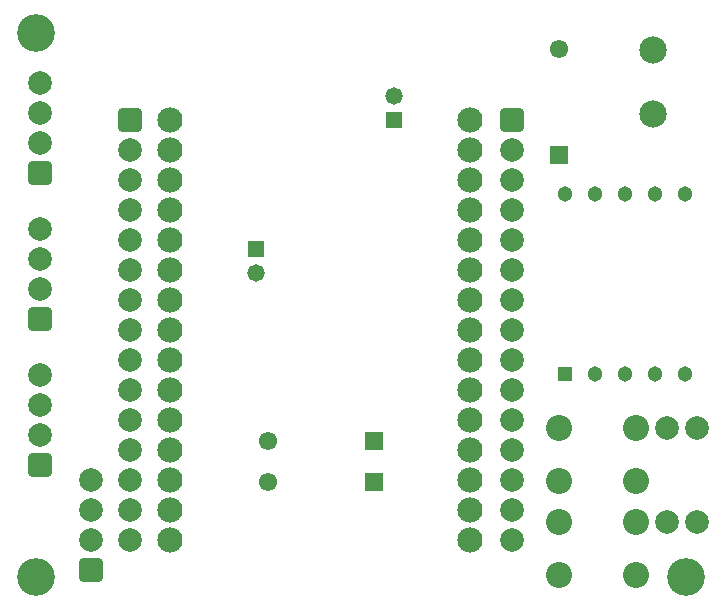
<source format=gts>
G04*
G04 #@! TF.GenerationSoftware,Altium Limited,Altium Designer,22.5.1 (42)*
G04*
G04 Layer_Color=8388736*
%FSLAX24Y24*%
%MOIN*%
G70*
G04*
G04 #@! TF.SameCoordinates,CA2130CD-DD2B-4D4C-96E1-355C1CFE4D94*
G04*
G04*
G04 #@! TF.FilePolarity,Negative*
G04*
G01*
G75*
%ADD14C,0.0907*%
%ADD15C,0.0789*%
G04:AMPARAMS|DCode=16|XSize=78.9mil|YSize=78.9mil|CornerRadius=12.9mil|HoleSize=0mil|Usage=FLASHONLY|Rotation=90.000|XOffset=0mil|YOffset=0mil|HoleType=Round|Shape=RoundedRectangle|*
%AMROUNDEDRECTD16*
21,1,0.0789,0.0531,0,0,90.0*
21,1,0.0531,0.0789,0,0,90.0*
1,1,0.0257,0.0266,0.0266*
1,1,0.0257,0.0266,-0.0266*
1,1,0.0257,-0.0266,-0.0266*
1,1,0.0257,-0.0266,0.0266*
%
%ADD16ROUNDEDRECTD16*%
%ADD17C,0.1261*%
%ADD18C,0.0513*%
%ADD19R,0.0513X0.0513*%
%ADD20R,0.0611X0.0611*%
%ADD21C,0.0867*%
%ADD22C,0.0611*%
%ADD23R,0.0582X0.0582*%
%ADD24C,0.0582*%
%ADD25R,0.0611X0.0611*%
%ADD26C,0.0840*%
D14*
X21550Y18542D02*
D03*
Y16400D02*
D03*
D15*
X23000Y2800D02*
D03*
X22000D02*
D03*
X1100Y15450D02*
D03*
Y16450D02*
D03*
Y17450D02*
D03*
Y10575D02*
D03*
Y11575D02*
D03*
Y12575D02*
D03*
Y5700D02*
D03*
Y6700D02*
D03*
Y7700D02*
D03*
X2800Y2200D02*
D03*
Y3200D02*
D03*
Y4200D02*
D03*
X22000Y5950D02*
D03*
X23000D02*
D03*
X16850Y10200D02*
D03*
Y9200D02*
D03*
Y8200D02*
D03*
Y7200D02*
D03*
Y3200D02*
D03*
Y4200D02*
D03*
Y5200D02*
D03*
Y6200D02*
D03*
Y15200D02*
D03*
Y14200D02*
D03*
Y13200D02*
D03*
Y12200D02*
D03*
Y11200D02*
D03*
Y2216D02*
D03*
X4100Y10200D02*
D03*
Y9200D02*
D03*
Y8200D02*
D03*
Y7200D02*
D03*
Y3200D02*
D03*
Y4200D02*
D03*
Y5200D02*
D03*
Y6200D02*
D03*
Y15200D02*
D03*
Y14200D02*
D03*
Y13200D02*
D03*
Y12200D02*
D03*
Y11200D02*
D03*
Y2216D02*
D03*
D16*
X1100Y14450D02*
D03*
Y9575D02*
D03*
Y4700D02*
D03*
X2800Y1200D02*
D03*
X16850Y16200D02*
D03*
X4100D02*
D03*
D17*
X984Y19094D02*
D03*
X22638Y984D02*
D03*
X984D02*
D03*
D18*
X18600Y13750D02*
D03*
X19600D02*
D03*
X20600D02*
D03*
X21600D02*
D03*
X22600D02*
D03*
Y7750D02*
D03*
X21600D02*
D03*
X20600D02*
D03*
X19600D02*
D03*
D19*
X18600D02*
D03*
D20*
X12250Y5500D02*
D03*
Y4150D02*
D03*
D21*
X18420Y2816D02*
D03*
X20980D02*
D03*
Y5936D02*
D03*
X18420D02*
D03*
Y1044D02*
D03*
X20980D02*
D03*
X18420Y4164D02*
D03*
X20980D02*
D03*
D22*
X8707Y4150D02*
D03*
Y5500D02*
D03*
X18400Y18572D02*
D03*
D23*
X12900Y16200D02*
D03*
X8300Y11900D02*
D03*
D24*
X12900Y17000D02*
D03*
X8300Y11100D02*
D03*
D25*
X18400Y15028D02*
D03*
D26*
X5450Y16200D02*
D03*
Y15200D02*
D03*
Y14200D02*
D03*
Y13200D02*
D03*
Y12200D02*
D03*
Y11200D02*
D03*
Y10200D02*
D03*
Y9200D02*
D03*
Y8200D02*
D03*
Y7200D02*
D03*
Y6200D02*
D03*
Y5200D02*
D03*
Y4200D02*
D03*
Y3200D02*
D03*
Y2200D02*
D03*
X15450Y16200D02*
D03*
Y15200D02*
D03*
Y14200D02*
D03*
Y13200D02*
D03*
Y12200D02*
D03*
Y11200D02*
D03*
Y10200D02*
D03*
Y9200D02*
D03*
Y8200D02*
D03*
Y7200D02*
D03*
Y6200D02*
D03*
Y5200D02*
D03*
Y4200D02*
D03*
Y3200D02*
D03*
Y2200D02*
D03*
M02*

</source>
